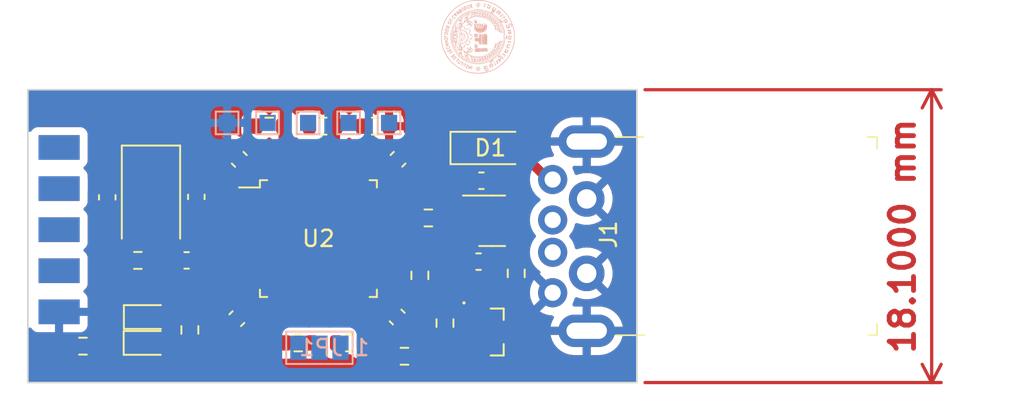
<source format=kicad_pcb>
(kicad_pcb (version 20221018) (generator pcbnew)
  (layers (0 "F.Cu" signal) (31 "B.Cu" signal) (34 "B.Paste" user) (35 "F.Paste" user) (36 "B.SilkS" user "B.Silkscreen") (37 "F.SilkS" user "F.Silkscreen") (38 "B.Mask" user) (39 "F.Mask" user) (44 "Edge.Cuts" user))
  (net 0 "")
  (net 1 "+5V")
  (net 2 "GND")
  (net 3 "+3V3")
  (net 4 "Net-(U2-NRST)")
  (net 5 "Net-(U2-PD0)")
  (net 6 "Net-(U2-PD1)")
  (net 7 "VBUS")
  (net 8 "LED")
  (net 9 "Net-(D2-A)")
  (net 10 "D+")
  (net 11 "D-")
  (net 12 "T_PWR")
  (net 13 "T_CLK")
  (net 14 "T_DIO")
  (net 15 "T_SWO")
  (net 16 "T_RST")
  (net 17 "T_TX")
  (net 18 "T_RX")
  (net 19 "Net-(JP1-C)")
  (net 20 "Net-(Q1-E)")
  (net 21 "Net-(Q1-B)")
  (net 22 "RENUM")
  (net 23 "BOOT0")
  (net 24 "Net-(U2-PC13)")
  (net 25 "Net-(U2-PC14)")
  (net 26 "Net-(U2-PB12)")
  (net 27 "Net-(U2-PA0)")
  (net 39 "DIO")
  (net 40 "CLK")
  (net 48 "Net-(D3-K)")
  (footprint "Resistor_SMD:R_0603_1608Metric" (layer "F.Cu") (at 158.675 80.5)
    (fp_text reference "R6" hide)
    (fp_text value "100k" hide)
    (pad "1" smd roundrect (at -0.825 0) (size 0.8 0.95) (layers "F.Cu" "F.Paste" "F.Mask") (net 23 "BOOT0"))
    (pad "2" smd roundrect (at 0.825 0) (size 0.8 0.95) (layers "F.Cu" "F.Paste" "F.Mask") (net 2 "GND"))
  )
  (footprint "USB_male:USB_Male_A_UP2-AH-1-TH" (layer "F.Cu") (at 171.7 87.3 90)
    (fp_text reference "J1" (at 0.1 1.35 90) (layer "F.SilkS"))
    (fp_text value "USB_A" hide)
    (pad "1" thru_hole circle (at 3.5 -2.1 90) (size 1.8 1.8) (drill 1) (layers "*.Cu" "*.Mask") (net 7 "VBUS"))
    (pad "2" thru_hole circle (at 1 -2.1 90) (size 1.8 1.8) (drill 1) (layers "*.Cu" "*.Mask") (net 11 "D-"))
    (pad "3" thru_hole circle (at -1 -2.1 90) (size 1.8 1.8) (drill 1) (layers "*.Cu" "*.Mask") (net 10 "D+"))
    (pad "4" thru_hole circle (at -3.5 -2.1 90) (size 1.8 1.8) (drill 1) (layers "*.Cu" "*.Mask") (net 2 "GND"))
    (pad "5" thru_hole oval (at -5.85 0 90) (size 2 3.5) (drill oval 1 2.5) (layers "*.Cu" "*.Mask") (net 2 "GND"))
    (pad "5" thru_hole circle (at -2.3 0 90) (size 2.2 2.2) (drill 1.2) (layers "*.Cu" "*.Mask") (net 2 "GND"))
    (pad "5" thru_hole circle (at 2.3 0 90) (size 2.2 2.2) (drill 1.2) (layers "*.Cu" "*.Mask") (net 2 "GND"))
    (pad "5" thru_hole oval (at 5.85 0 90) (size 2 3.5) (drill oval 1 2.5) (layers "*.Cu" "*.Mask") (net 2 "GND"))
  )
  (footprint "Resistor_SMD:R_0603_1608Metric" (layer "F.Cu") (at 147.2 93.1 -90)
    (fp_text reference "R12" hide)
    (fp_text value "220R" hide)
    (pad "1" smd roundrect (at -0.825 0 270) (size 0.8 0.95) (layers "F.Cu" "F.Paste" "F.Mask") (net 3 "+3V3"))
    (pad "2" smd roundrect (at 0.825 0 270) (size 0.8 0.95) (layers "F.Cu" "F.Paste" "F.Mask") (net 9 "Net-(D2-A)"))
  )
  (footprint "LED_SMD:LED_0603_1608Metric" (layer "F.Cu") (at 144.6125 92.3)
    (fp_text reference "D3" hide)
    (fp_text value "Red" hide)
    (pad "1" smd roundrect (at -0.7875 0) (size 0.875 0.95) (layers "F.Cu" "F.Paste" "F.Mask") (net 48 "Net-(D3-K)"))
    (pad "2" smd roundrect (at 0.7875 0) (size 0.875 0.95) (layers "F.Cu" "F.Paste" "F.Mask") (net 8 "LED"))
  )
  (footprint "Capacitor_SMD:C_0603_1608Metric" (layer "F.Cu") (at 150.251992 82.551992 135)
    (fp_text reference "C6" hide)
    (fp_text value "100nF" hide)
    (pad "1" smd roundrect (at -0.775 0 135) (size 0.9 0.95) (layers "F.Cu" "F.Paste" "F.Mask") (net 3 "+3V3"))
    (pad "2" smd roundrect (at 0.775 0 135) (size 0.9 0.95) (layers "F.Cu" "F.Paste" "F.Mask") (net 2 "GND"))
  )
  (footprint "Capacitor_SMD:C_0603_1608Metric" (layer "F.Cu") (at 160.051992 82.548008 45)
    (fp_text reference "C3" hide)
    (fp_text value "100nF" hide)
    (pad "1" smd roundrect (at -0.775 0 45) (size 0.9 0.95) (layers "F.Cu" "F.Paste" "F.Mask") (net 3 "+3V3"))
    (pad "2" smd roundrect (at 0.775 0 45) (size 0.9 0.95) (layers "F.Cu" "F.Paste" "F.Mask") (net 2 "GND"))
  )
  (footprint "Resistor_SMD:R_0603_1608Metric" (layer "F.Cu") (at 140.6 94.1 180)
    (fp_text reference "R13" hide)
    (fp_text value "220R" hide)
    (pad "1" smd roundrect (at -0.825 0 180) (size 0.8 0.95) (layers "F.Cu" "F.Paste" "F.Mask") (net 48 "Net-(D3-K)"))
    (pad "2" smd roundrect (at 0.825 0 180) (size 0.8 0.95) (layers "F.Cu" "F.Paste" "F.Mask") (net 2 "GND"))
  )
  (footprint "Resistor_SMD:R_0603_1608Metric" (layer "F.Cu") (at 161.925 86.175 180)
    (fp_text reference "R4" hide)
    (fp_text value "1k5" hide)
    (pad "1" smd roundrect (at -0.825 0 180) (size 0.8 0.95) (layers "F.Cu" "F.Paste" "F.Mask") (net 20 "Net-(Q1-E)"))
    (pad "2" smd roundrect (at 0.825 0 180) (size 0.8 0.95) (layers "F.Cu" "F.Paste" "F.Mask") (net 10 "D+"))
  )
  (footprint "Resistor_SMD:R_0603_1608Metric" (layer "F.Cu") (at 162.95 92.675 90)
    (fp_text reference "R2" hide)
    (fp_text value "39k" hide)
    (pad "1" smd roundrect (at -0.825 0 90) (size 0.8 0.95) (layers "F.Cu" "F.Paste" "F.Mask") (net 21 "Net-(Q1-B)"))
    (pad "2" smd roundrect (at 0.825 0 90) (size 0.8 0.95) (layers "F.Cu" "F.Paste" "F.Mask") (net 2 "GND"))
  )
  (footprint "Crystal:Crystal_SMD_5032-2Pin_5.0x3.2mm" (layer "F.Cu") (at 144.8 84.75 -90)
    (fp_text reference "Y1" hide)
    (fp_text value "8Mhz" hide)
    (pad "1" smd rect (at -1.85 0 270) (size 2 2.4) (layers "F.Cu" "F.Paste" "F.Mask") (net 5 "Net-(U2-PD0)"))
    (pad "2" smd rect (at 1.85 0 270) (size 2 2.4) (layers "F.Cu" "F.Paste" "F.Mask") (net 6 "Net-(U2-PD1)"))
  )
  (footprint "Resistor_SMD:R_0603_1608Metric" (layer "F.Cu") (at 161.4 89.725 90)
    (fp_text reference "R3" hide)
    (fp_text value "100R" hide)
    (pad "1" smd roundrect (at -0.825 0 90) (size 0.8 0.95) (layers "F.Cu" "F.Paste" "F.Mask") (net 21 "Net-(Q1-B)"))
    (pad "2" smd roundrect (at 0.825 0 90) (size 0.8 0.95) (layers "F.Cu" "F.Paste" "F.Mask") (net 22 "RENUM"))
  )
  (footprint "Resistor_SMD:R_0603_1608Metric" (layer "F.Cu") (at 153.89 93.9)
    (fp_text reference "R10" hide)
    (fp_text value "4K7" hide)
    (pad "1" smd roundrect (at -0.825 0) (size 0.8 0.95) (layers "F.Cu" "F.Paste" "F.Mask") (net 19 "Net-(JP1-C)"))
    (pad "2" smd roundrect (at 0.825 0) (size 0.8 0.95) (layers "F.Cu" "F.Paste" "F.Mask") (net 27 "Net-(U2-PA0)"))
  )
  (footprint "Capacitor_SMD:C_0603_1608Metric" (layer "F.Cu") (at 147 88.8)
    (fp_text reference "C7" hide)
    (fp_text value "100nF" hide)
    (pad "1" smd roundrect (at -0.775 0) (size 0.9 0.95) (layers "F.Cu" "F.Paste" "F.Mask") (net 4 "Net-(U2-NRST)"))
    (pad "2" smd roundrect (at 0.775 0) (size 0.9 0.95) (layers "F.Cu" "F.Paste" "F.Mask") (net 2 "GND"))
  )
  (footprint "Capacitor_SMD:C_0603_1608Metric" (layer "F.Cu") (at 142.1 84.9 90)
    (fp_text reference "C9" hide)
    (fp_text value "20pF" hide)
    (pad "1" smd roundrect (at -0.775 0 90) (size 0.9 0.95) (layers "F.Cu" "F.Paste" "F.Mask") (net 6 "Net-(U2-PD1)"))
    (pad "2" smd roundrect (at 0.775 0 90) (size 0.9 0.95) (layers "F.Cu" "F.Paste" "F.Mask") (net 2 "GND"))
  )
  (footprint "Diode_SMD:D_SOD-123" (layer "F.Cu") (at 165.65 81.85)
    (fp_text reference "D1" (at 0.1 0) (layer "F.SilkS"))
    (fp_text value "D_Schottky" hide)
    (pad "1" smd roundrect (at -1.65 0) (size 0.9 1.2) (layers "F.Cu" "F.Paste" "F.Mask") (net 1 "+5V"))
    (pad "2" smd roundrect (at 1.65 0) (size 0.9 1.2) (layers "F.Cu" "F.Paste" "F.Mask") (net 7 "VBUS"))
  )
  (footprint "Resistor_SMD:R_0603_1608Metric" (layer "F.Cu") (at 160.45 94.725 180)
    (fp_text reference "R9" hide)
    (fp_text value "100R" hide)
    (pad "1" smd roundrect (at -0.825 0 180) (size 0.8 0.95) (layers "F.Cu" "F.Paste" "F.Mask") (net 14 "T_DIO"))
    (pad "2" smd roundrect (at 0.825 0 180) (size 0.8 0.95) (layers "F.Cu" "F.Paste" "F.Mask") (net 26 "Net-(U2-PB12)"))
  )
  (footprint "Resistor_SMD:R_0603_1608Metric" (layer "F.Cu") (at 167.35 89.6 -90)
    (fp_text reference "R1" hide)
    (fp_text value "10k" hide)
    (pad "1" smd roundrect (at -0.825 0 270) (size 0.8 0.95) (layers "F.Cu" "F.Paste" "F.Mask") (net 1 "+5V"))
    (pad "2" smd roundrect (at 0.825 0 270) (size 0.8 0.95) (layers "F.Cu" "F.Paste" "F.Mask") (net 21 "Net-(Q1-B)"))
  )
  (footprint "Capacitor_SMD:C_0603_1608Metric" (layer "F.Cu") (at 165.2 83.875 180)
    (fp_text reference "C1" hide)
    (fp_text value "10uF" hide)
    (pad "1" smd roundrect (at -0.775 0 180) (size 0.9 0.95) (layers "F.Cu" "F.Paste" "F.Mask") (net 1 "+5V"))
    (pad "2" smd roundrect (at 0.775 0 180) (size 0.9 0.95) (layers "F.Cu" "F.Paste" "F.Mask") (net 2 "GND"))
  )
  (footprint "Capacitor_SMD:C_0603_1608Metric" (layer "F.Cu") (at 160 92.3 -45)
    (fp_text reference "C4" hide)
    (fp_text value "100nF" hide)
    (pad "1" smd roundrect (at -0.775 0 315) (size 0.9 0.95) (layers "F.Cu" "F.Paste" "F.Mask") (net 3 "+3V3"))
    (pad "2" smd roundrect (at 0.775 0 315) (size 0.9 0.95) (layers "F.Cu" "F.Paste" "F.Mask") (net 2 "GND"))
  )
  (footprint "Resistor_SMD:R_0603_1608Metric" (layer "F.Cu") (at 157.075 93.9)
    (fp_text reference "R11" hide)
    (fp_text value "4K7" hide)
    (pad "1" smd roundrect (at -0.825 0) (size 0.8 0.95) (layers "F.Cu" "F.Paste" "F.Mask") (net 27 "Net-(U2-PA0)"))
    (pad "2" smd roundrect (at 0.825 0) (size 0.8 0.95) (layers "F.Cu" "F.Paste" "F.Mask") (net 2 "GND"))
  )
  (footprint "S9013:SOT95P240X120-3N" (layer "F.Cu") (at 165.925 93.225 -90)
    (fp_text reference "Q1" hide)
    (fp_text value "S9013" hide)
    (pad "1" smd rect (at -0.95 1.1 270) (size 1 1.4) (layers "F.Cu" "F.Paste" "F.Mask") (net 3 "+3V3"))
    (pad "2" smd rect (at 0.95 1.1 270) (size 1 1.4) (layers "F.Cu" "F.Paste" "F.Mask") (net 21 "Net-(Q1-B)"))
    (pad "3" smd rect (at 0 -1.1 270) (size 1 1.4) (layers "F.Cu" "F.Paste" "F.Mask") (net 20 "Net-(Q1-E)"))
  )
  (footprint "IDC_EDGE:IDC_EDGE" (layer "F.Cu") (at 137.855 86.9 180)
    (fp_text reference "J2" hide)
    (fp_text value "Conn_02x05_Odd_Even" hide)
    (pad "1" smd rect (at -1.27 -5.08 180) (size 2.54 1.524) (layers "F.Cu" "F.Paste" "F.Mask") (net 12 "T_PWR"))
    (pad "2" smd rect (at -1.27 -5.08 180) (size 2.54 1.524) (layers "B.Cu" "B.Paste" "B.Mask") (net 2 "GND"))
    (pad "3" smd rect (at -1.27 -2.54 180) (size 2.54 1.524) (layers "F.Cu" "F.Paste" "F.Mask") (net 17 "T_TX"))
    (pad "4" smd rect (at -1.27 -2.54 180) (size 2.54 1.524) (layers "B.Cu" "B.Paste" "B.Mask") (net 18 "T_RX"))
    (pad "5" smd rect (at -1.27 0 180) (size 2.54 1.524) (layers "F.Cu" "F.Paste" "F.Mask") (net 13 "T_CLK"))
    (pad "6" smd rect (at -1.27 0 180) (size 2.54 1.524) (layers "B.Cu" "B.Paste" "B.Mask") (net 14 "T_DIO"))
    (pad "7" smd rect (at -1.27 2.54 180) (size 2.54 1.524) (layers "F.Cu" "F.Paste" "F.Mask") (net 15 "T_SWO"))
    (pad "8" smd rect (at -1.27 2.54 180) (size 2.54 1.524) (layers "B.Cu" "B.Paste" "B.Mask") (net 16 "T_RST"))
    (pad "9" smd rect (at -1.27 5.08 180) (size 2.54 1.524) (layers "F.Cu" "F.Paste" "F.Mask") (net 1 "+5V"))
    (pad "10" smd rect (at -1.27 5.08 180) (size 2.54 1.524) (layers "B.Cu" "B.Paste" "B.Mask") (net 3 "+3V3"))
  )
  (footprint "Resistor_SMD:R_0603_1608Metric" (layer "F.Cu") (at 143.99 88.8)
    (fp_text reference "R5" hide)
    (fp_text value "100k" hide)
    (pad "1" smd roundrect (at -0.825 0) (size 0.8 0.95) (layers "F.Cu" "F.Paste" "F.Mask") (net 3 "+3V3"))
    (pad "2" smd roundrect (at 0.825 0) (size 0.8 0.95) (layers "F.Cu" "F.Paste" "F.Mask") (net 4 "Net-(U2-NRST)"))
  )
  (footprint "Resistor_SMD:R_0603_1608Metric" (layer "F.Cu") (at 152.1 80.5)
    (fp_text reference "R7" hide)
    (fp_text value "10K" hide)
    (pad "1" smd roundrect (at -0.825 0) (size 0.8 0.95) (layers "F.Cu" "F.Paste" "F.Mask") (net 24 "Net-(U2-PC13)"))
    (pad "2" smd roundrect (at 0.825 0) (size 0.8 0.95) (layers "F.Cu" "F.Paste" "F.Mask") (net 2 "GND"))
  )
  (footprint "Package_QFP:LQFP-48_7x7mm_P0.5mm" (layer "F.Cu") (at 155.1375 87.45)
    (fp_text reference "U2" (at 0 0) (layer "F.SilkS"))
    (fp_text value "STM32F103CBTx" hide)
    (pad "1" smd roundrect (at -4.1625 -2.75) (size 1.475 0.3) (layers "F.Cu" "F.Paste" "F.Mask") (net 3 "+3V3"))
    (pad "2" smd roundrect (at -4.1625 -2.25) (size 1.475 0.3) (layers "F.Cu" "F.Paste" "F.Mask") (net 24 "Net-(U2-PC13)"))
    (pad "3" smd roundrect (at -4.1625 -1.75) (size 1.475 0.3) (layers "F.Cu" "F.Paste" "F.Mask") (net 25 "Net-(U2-PC14)"))
    (pad "4" smd roundrect (at -4.1625 -1.25) (size 1.475 0.3) (layers "F.Cu" "F.Paste" "F.Mask"))
    (pad "5" smd roundrect (at -4.1625 -0.75) (size 1.475 0.3) (layers "F.Cu" "F.Paste" "F.Mask") (net 5 "Net-(U2-PD0)"))
    (pad "6" smd roundrect (at -4.1625 -0.25) (size 1.475 0.3) (layers "F.Cu" "F.Paste" "F.Mask") (net 6 "Net-(U2-PD1)"))
    (pad "7" smd roundrect (at -4.1625 0.25) (size 1.475 0.3) (layers "F.Cu" "F.Paste" "F.Mask") (net 4 "Net-(U2-NRST)"))
    (pad "8" smd roundrect (at -4.1625 0.75) (size 1.475 0.3) (layers "F.Cu" "F.Paste" "F.Mask") (net 2 "GND"))
    (pad "9" smd roundrect (at -4.1625 1.25) (size 1.475 0.3) (layers "F.Cu" "F.Paste" "F.Mask") (net 3 "+3V3"))
    (pad "10" smd roundrect (at -4.1625 1.75) (size 1.475 0.3) (layers "F.Cu" "F.Paste" "F.Mask") (net 27 "Net-(U2-PA0)"))
    (pad "11" smd roundrect (at -4.1625 2.25) (size 1.475 0.3) (layers "F.Cu" "F.Paste" "F.Mask"))
    (pad "12" smd roundrect (at -4.1625 2.75) (size 1.475 0.3) (layers "F.Cu" "F.Paste" "F.Mask") (net 17 "T_TX"))
    (pad "13" smd roundrect (at -2.75 4.1625) (size 0.3 1.475) (layers "F.Cu" "F.Paste" "F.Mask") (net 18 "T_RX"))
    (pad "14" smd roundrect (at -2.25 4.1625) (size 0.3 1.475) (layers "F.Cu" "F.Paste" "F.Mask"))
    (pad "15" smd roundrect (at -1.75 4.1625) (size 0.3 1.475) (layers "F.Cu" "F.Paste" "F.Mask") (net 13 "T_CLK"))
    (pad "16" smd roundrect (at -1.25 4.1625) (size 0.3 1.475) (layers "F.Cu" "F.Paste" "F.Mask"))
    (pad "17" smd roundrect (at -0.75 4.1625) (size 0.3 1.475) (layers "F.Cu" "F.Paste" "F.Mask"))
    (pad "18" smd roundrect (at -0.25 4.1625) (size 0.3 1.475) (layers "F.Cu" "F.Paste" "F.Mask") (net 16 "T_RST"))
    (pad "19" smd roundrect (at 0.25 4.1625) (size 0.3 1.475) (layers "F.Cu" "F.Paste" "F.Mask"))
    (pad "20" smd roundrect (at 0.75 4.1625) (size 0.3 1.475) (layers "F.Cu" "F.Paste" "F.Mask"))
    (pad "21" smd roundrect (at 1.25 4.1625) (size 0.3 1.475) (layers "F.Cu" "F.Paste" "F.Mask"))
    (pad "22" smd roundrect (at 1.75 4.1625) (size 0.3 1.475) (layers "F.Cu" "F.Paste" "F.Mask"))
    (pad "23" smd roundrect (at 2.25 4.1625) (size 0.3 1.475) (layers "F.Cu" "F.Paste" "F.Mask") (net 2 "GND"))
    (pad "24" smd roundrect (at 2.75 4.1625) (size 0.3 1.475) (layers "F.Cu" "F.Paste" "F.Mask") (net 3 "+3V3"))
    (pad "25" smd roundrect (at 4.1625 2.75) (size 1.475 0.3) (layers "F.Cu" "F.Paste" "F.Mask") (net 26 "Net-(U2-PB12)"))
    (pad "26" smd roundrect (at 4.1625 2.25) (size 1.475 0.3) (layers "F.Cu" "F.Paste" "F.Mask") (net 13 "T_CLK"))
    (pad "27" smd roundrect (at 4.1625 1.75) (size 1.475 0.3) (layers "F.Cu" "F.Paste" "F.Mask") (net 14 "T_DIO"))
    (pad "28" smd roundrect (at 4.1625 1.25) (size 1.475 0.3) (layers "F.Cu" "F.Paste" "F.Mask"))
    (pad "29" smd roundrect (at 4.1625 0.75) (size 1.475 0.3) (layers "F.Cu" "F.Paste" "F.Mask"))
    (pad "30" smd roundrect (at 4.1625 0.25) (size 1.475 0.3) (layers "F.Cu" "F.Paste" "F.Mask") (net 8 "LED"))
    (pad "31" smd roundrect (at 4.1625 -0.25) (size 1.475 0.3) (layers "F.Cu" "F.Paste" "F.Mask") (net 15 "T_SWO"))
    (pad "32" smd roundrect (at 4.1625 -0.75) (size 1.475 0.3) (layers "F.Cu" "F.Paste" "F.Mask") (net 11 "D-"))
    (pad "33" smd roundrect (at 4.1625 -1.25) (size 1.475 0.3) (layers "F.Cu" "F.Paste" "F.Mask") (net 10 "D+"))
    (pad "34" smd roundrect (at 4.1625 -1.75) (size 1.475 0.3) (layers "F.Cu" "F.Paste" "F.Mask") (net 39 "DIO"))
    (pad "35" smd roundrect (at 4.1625 -2.25) (size 1.475 0.3) (layers "F.Cu" "F.Paste" "F.Mask") (net 2 "GND"))
    (pad "36" smd roundrect (at 4.1625 -2.75) (size 1.475 0.3) (layers "F.Cu" "F.Paste" "F.Mask") (net 3 "+3V3"))
    (pad "37" smd roundrect (at 2.75 -4.1625) (size 0.3 1.475) (layers "F.Cu" "F.Paste" "F.Mask") (net 40 "CLK"))
    (pad "38" smd roundrect (at 2.25 -4.1625) (size 0.3 1.475) (layers "F.Cu" "F.Paste" "F.Mask") (net 22 "RENUM"))
    (pad "39" smd roundrect (at 1.75 -4.1625) (size 0.3 1.475) (layers "F.Cu" "F.Paste" "F.Mask"))
    (pad "40" smd roundrect (at 1.25 -4.1625) (size 0.3 1.475) (layers "F.Cu" "F.Paste" "F.Mask"))
    (pad "41" smd roundrect (at 0.75 -4.1625) (size 0.3 1.475) (layers "F.Cu" "F.Paste" "F.Mask"))
    (pad "42" smd roundrect (at 0.25 -4.1625) (size 0.3 1.475) (layers "F.Cu" "F.Paste" "F.Mask"))
    (pad "43" smd roundrect (at -0.25 -4.1625) (size 0.3 1.475) (layers "F.Cu" "F.Paste" "F.Mask"))
    (pad "44" smd roundrect (at -0.75 -4.1625) (size 0.3 1.475) (layers "F.Cu" "F.Paste" "F.Mask") (net 23 "BOOT0"))
    (pad "45" smd roundrect (at -1.25 -4.1625) (size 0.3 1.475) (layers "F.Cu" "F.Paste" "F.Mask"))
    (pad "46" smd roundrect (at -1.75 -4.1625) (size 0.3 1.475) (layers "F.Cu" "F.Paste" "F.Mask"))
    (pad "47" smd roundrect (at -2.25 -4.1625) (size 0.3 1.475) (layers "F.Cu" "F.Paste" "F.Mask") (net 2 "GND"))
    (pad "48" smd roundrect (at -2.75 -4.1625) (size 0.3 1.475) (layers "F.Cu" "F.Paste" "F.Mask") (net 3 "+3V3"))
  )
  (footprint "Package_TO_SOT_SMD:SOT-23-3" (layer "F.Cu") (at 165.8625 86.35)
    (fp_text reference "U1" hide)
    (fp_text value "XC6206P332MR" hide)
    (pad "1" smd roundrect (at -1.1375 -0.95) (size 1.325 0.6) (layers "F.Cu" "F.Paste" "F.Mask") (net 2 "GND"))
    (pad "2" smd roundrect (at -1.1375 0.95) (size 1.325 0.6) (layers "F.Cu" "F.Paste" "F.Mask") (net 3 "+3V3"))
    (pad "3" smd roundrect (at 1.1375 0) (size 1.325 0.6) (layers "F.Cu" "F.Paste" "F.Mask") (net 1 "+5V"))
  )
  (footprint "Resistor_SMD:R_0603_1608Metric" (layer "F.Cu") (at 155.4 80.5)
    (fp_text reference "R8" hide)
    (fp_text value "DNP" hide)
    (pad "1" smd roundrect (at -0.825 0) (size 0.8 0.95) (layers "F.Cu" "F.Paste" "F.Mask") (net 25 "Net-(U2-PC14)"))
    (pad "2" smd roundrect (at 0.825 0) (size 0.8 0.95) (layers "F.Cu" "F.Paste" "F.Mask") (net 2 "GND"))
  )
  (footprint "Capacitor_SMD:C_0603_1608Metric" (layer "F.Cu") (at 165.025 88.875)
    (fp_text reference "C2" hide)
    (fp_text value "10uF" hide)
    (pad "1" smd roundrect (at -0.775 0) (size 0.9 0.95) (layers "F.Cu" "F.Paste" "F.Mask") (net 3 "+3V3"))
    (pad "2" smd roundrect (at 0.775 0) (size 0.9 0.95) (layers "F.Cu" "F.Paste" "F.Mask") (net 2 "GND"))
  )
  (footprint "Capacitor_SMD:C_0603_1608Metric" (layer "F.Cu") (at 150.1 92.4 45)
    (fp_text reference "C5" hide)
    (fp_text value "100nF" hide)
    (pad "1" smd roundrect (at -0.775 0 45) (size 0.9 0.95) (layers "F.Cu" "F.Paste" "F.Mask") (net 3 "+3V3"))
    (pad "2" smd roundrect (at 0.775 0 45) (size 0.9 0.95) (layers "F.Cu" "F.Paste" "F.Mask") (net 2 "GND"))
  )
  (footprint "LED_SMD:LED_0603_1608Metric" (layer "F.Cu") (at 144.6 93.9)
    (fp_text reference "D2" hide)
    (fp_text value "Blue" hide)
    (pad "1" smd roundrect (at -0.7875 0) (size 0.875 0.95) (layers "F.Cu" "F.Paste" "F.Mask") (net 8 "LED"))
    (pad "2" smd roundrect (at 0.7875 0) (size 0.875 0.95) (layers "F.Cu" "F.Paste" "F.Mask") (net 9 "Net-(D2-A)"))
  )
  (footprint "Capacitor_SMD:C_0603_1608Metric" (layer "F.Cu") (at 147.6 84.875 90)
    (fp_text reference "C8" hide)
    (fp_text value "20pF" hide)
    (pad "1" smd roundrect (at -0.775 0 90) (size 0.9 0.95) (layers "F.Cu" "F.Paste" "F.Mask") (net 5 "Net-(U2-PD0)"))
    (pad "2" smd roundrect (at 0.775 0 90) (size 0.9 0.95) (layers "F.Cu" "F.Paste" "F.Mask") (net 2 "GND"))
  )
  (footprint "TestPoint:TestPoint_Pad_1.0x1.0mm" (layer "B.Cu") (at 149.5 80.3 90)
    (fp_text reference "TP5" hide)
    (fp_text value "TestPoint" hide)
    (pad "1" smd rect (at 0 0 90) (size 1 1) (layers "B.Cu" "B.Mask") (net 2 "GND"))
  )
  (footprint "TestPoint:TestPoint_Pad_1.0x1.0mm" (layer "B.Cu") (at 157 80.3 90)
    (fp_text reference "TP3" hide)
    (fp_text value "TestPoint" hide)
    (pad "1" smd rect (at 0 0 90) (size 1 1) (layers "B.Cu" "B.Mask") (net 40 "CLK"))
  )
  (footprint "Jumper:SolderJumper-3_P1.3mm_Open_Pad1.0x1.5mm_NumberLabels" (layer "B.Cu") (at 155.2 94.2 180)
    (fp_text reference "JP1" (at -0.1 0) (layer "B.SilkS") (effects (justify mirror)))
    (fp_text value "SolderJumper_3_Bridged12" hide)
    (fp_text user "1" (at -2.6 0) (layer "B.SilkS") (effects (justify mirror)))
    (pad "1" smd rect (at -1.3 0 180) (size 1 1.5) (layers "B.Cu" "B.Mask") (net 3 "+3V3"))
    (pad "2" smd rect (at 0 0 180) (size 1 1.5) (layers "B.Cu" "B.Mask") (net 19 "Net-(JP1-C)"))
    (pad "3" smd rect (at 1.3 0 180) (size 1 1.5) (layers "B.Cu" "B.Mask") (net 12 "T_PWR"))
  )
  (footprint "TestPoint:TestPoint_Pad_1.0x1.0mm" (layer "B.Cu") (at 154.5 80.3 90)
    (fp_text reference "TP4" hide)
    (fp_text value "TestPoint" hide)
    (pad "1" smd rect (at 0 0 90) (size 1 1) (layers "B.Cu" "B.Mask") (net 23 "BOOT0"))
  )
  (footprint "TestPoint:TestPoint_Pad_1.0x1.0mm" (layer "B.Cu") (at 159.5 80.3 90)
    (fp_text reference "TP2" hide)
    (fp_text value "TestPoint" hide)
    (pad "1" smd rect (at 0 0 90) (size 1 1) (layers "B.Cu" "B.Mask") (net 39 "DIO"))
  )
  (footprint "ITC:logo_itc" (layer "B.Cu") (at 164.975 74.975 90)
    (fp_text reference "G***" hide)
    (fp_text value "LOGO" hide)
  )
  (footprint "TestPoint:TestPoint_Pad_1.0x1.0mm" (layer "B.Cu") (at 152 80.3 180)
    (fp_text reference "TP1" hide)
    (fp_text value "TestPoint" hide)
    (pad "1" smd rect (at 0 0 180) (size 1 1) (layers "B.Cu" "B.Mask") (net 3 "+3V3"))
  )
  (gr_rect (start 137.2 78.25) (end 174.8 96.35) (stroke (width 0.1)) (fill none) (layer "Edge.Cuts"))
  (dimension (type aligned) (layer "F.Cu") (pts (xy 174.8 78.25) (xy 174.8 96.35)) (height -18.2) (gr_text "18.1000 mm" (at 191.2 87.3 90) (layer "F.Cu") (effects (font (size 1.5 1.5) (thickness 0.3)))) (format (prefix "") (suffix "") (units 3) (units_format 1) (precision 4)) (style (thickness 0.2) (arrow_length 1.27) (text_position_mode 0) (extension_height 0.58642) (extension_offset 0.5) keep_text_aligned))
  (segment (start 165.975 83.875) (end 165.975 83.825) (width 0.6) (layer "F.Cu") (net 1))
  (segment (start 167 84.9) (end 165.975 83.875) (width 0.6) (layer "F.Cu") (net 1))
  (segment (start 167 88.425) (end 167 86.35) (width 0.6) (layer "F.Cu") (net 1))
  (segment (start 167.35 88.775) (end 167 88.425) (width 0.6) (layer "F.Cu") (net 1))
  (segment (start 165.975 83.825) (end 164 81.85) (width 0.6) (layer "F.Cu") (net 1))
  (segment (start 167 86.35) (end 167 84.9) (width 0.6) (layer "F.Cu") (net 1))
  (segment (start 164.725 87.3) (end 164.25 87.775) (width 0.6) (layer "F.Cu") (net 3))
  (segment (start 164.25 87.775) (end 164.25 88.875) (width 0.6) (layer "F.Cu") (net 3))
  (segment (start 167.375 81.85) (end 167.3 81.85) (width 0.6) (layer "F.Cu") (net 7))
  (segment (start 169.6 83.8) (end 169.325 83.8) (width 0.6) (layer "F.Cu") (net 7))
  (segment (start 169.325 83.8) (end 167.375 81.85) (width 0.6) (layer "F.Cu") (net 7))
  (zone (net 2) (net_name "GND") (layers "F&B.Cu") (connect_pads (clearance 0.5)) (min_thickness 0.25) (fill yes (thermal_gap 0.5) (thermal_bridge_width 0.5) (smoothing fillet))
    (polygon (pts (xy 135.6 77.6) (xy 176.978758 77.599198) (xy 176.978758 97.199198) (xy 135.478758 97.199198)))
  )
)
</source>
